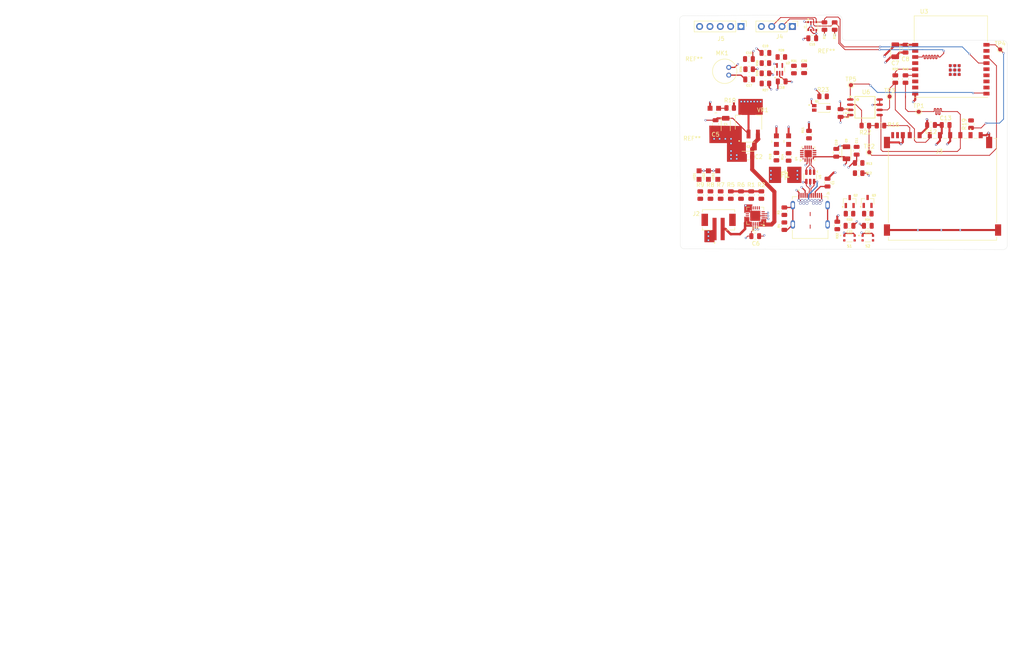
<source format=kicad_pcb>
(kicad_pcb (version 20240108) (generator "pcbnew") (generator_version "8.0")
  (layers (0 "F.Cu" signal) (1 "In1.Cu" power) (2 "In2.Cu" power) (31 "B.Cu" signal) (34 "B.Paste" user) (35 "F.Paste" user) (36 "B.SilkS" user "B.Silkscreen") (37 "F.SilkS" user "F.Silkscreen") (38 "B.Mask" user) (39 "F.Mask" user) (44 "Edge.Cuts" user))
  (net 0 "")
  (net 1 "GND")
  (net 2 "/VBUS")
  (net 3 "+5V")
  (net 4 "+3.3V")
  (net 5 "/+5V_USB")
  (net 6 "Net-(U4-VBUS)")
  (net 7 "Net-(C16-Pad2)")
  (net 8 "/ESP32-C3_02/MIC_OUT")
  (net 9 "/ESP32-C3_02/BOOT")
  (net 10 "/ESP32-C3_02/EN")
  (net 12 "/USB_DN")
  (net 13 "/USB_DP")
  (net 17 "Net-(J1-CC2)")
  (net 24 "Net-(J1-CC1)")
  (net 25 "/VBAT")
  (net 26 "/ESP32-C3_02/MOSI_DI")
  (net 27 "/ESP32-C3_02/SCLK")
  (net 28 "/ESP32-C3_02/CS_SD")
  (net 29 "Net-(J3-DAT0)")
  (net 32 "/ESP32-C3_02/SDA")
  (net 33 "/ESP32-C3_02/SCL")
  (net 34 "/ESP32-C3_02/GPIO8")
  (net 35 "/ESP32-C3_02/GPIO18")
  (net 36 "/ESP32-C3_02/GPOI19")
  (net 37 "Net-(LED1-Pad-)")
  (net 38 "Net-(LED2-Pad-)")
  (net 39 "Net-(LED3-Pad-)")
  (net 40 "Net-(LED4-Pad-)")
  (net 41 "Net-(LED6-Pad-)")
  (net 42 "Net-(LED7-Pad-)")
  (net 43 "/ESP32-C3_02/RTS")
  (net 44 "Net-(Q2-B)")
  (net 45 "Net-(Q3-B)")
  (net 46 "Net-(U7-~{TE})")
  (net 47 "Net-(U7-THERM)")
  (net 48 "Net-(U7-PROG1)")
  (net 49 "Net-(U7-PROG3)")
  (net 50 "/CHARGING_POWE_GOOD")
  (net 51 "/CHARGED")
  (net 52 "/CHARGING")
  (net 53 "Net-(U4-~{RST})")
  (net 54 "Net-(U4-~{TXT}{slash}GPIO.2)")
  (net 55 "Net-(U3-IO7)")
  (net 56 "/ESP32-C3_02/MISO_DO")
  (net 57 "Net-(U4-~{RXT}{slash}GPIO.3)")
  (net 58 "Net-(U3-IO6)")
  (net 59 "Net-(U6-DO(IO1))")
  (net 60 "/ESP32-C3_02/PHOTO_C")
  (net 61 "Net-(U2-IN+)")
  (net 62 "/ESP32-C3_02/DTR")
  (net 63 "/ESP32-C3_02/CS")
  (net 64 "/ESP32-C3_02/RX_TX")
  (net 65 "/ESP32-C3_02/TX_RX")
  (net 72 "/ESP32-C3_02/USB_D-")
  (net 73 "/ESP32-C3_02/USB_D+")
  (net 74 "Net-(C17-Pad2)")
  (net 75 "Net-(C19-Pad2)")
  (net 76 "Net-(U2-IN-)")
  (footprint "Resistor_SMD:R_0805_2012Metric" (layer "F.Cu") (at 196.35 60.025 180)
    (property "Reference" "R10")
    (property "Value" "470R")
  )
  (footprint "Resistor_SMD:R_0805_2012Metric" (layer "F.Cu") (at 209.65 89.0475 90)
    (property "Reference" "R4")
    (property "Value" "5K1")
  )
  (footprint "LTST-C170KRKT:DIOC200X125X110" (layer "F.Cu") (at 193.3 76.5 90)
    (property "Reference" "LED3")
    (property "Value" "Red_LED")
  )
  (footprint "Capacitor_SMD:C_0805_2012Metric" (layer "F.Cu") (at 245.675 64.2 180)
    (property "Reference" "C12")
    (property "Value" "10u")
  )
  (footprint "Resistor_SMD:R_0805_2012Metric" (layer "F.Cu") (at 239.4 52.9125 -90)
    (property "Reference" "R15")
    (property "Value" "50R")
  )
  (footprint "Resistor_SMD:R_0805_2012Metric" (layer "F.Cu") (at 230.15 85.98)
    (property "Reference" "R34")
    (property "Value" "10K")
  )
  (footprint "Resistor_SMD:R_0805_2012Metric" (layer "F.Cu") (at 189 81.4125 90)
    (property "Reference" "R9")
    (property "Value" "470R")
  )
  (footprint "Connector_PinHeader_2.54mm:PinHeader_1x04_P2.54mm_Vertical" (layer "F.Cu") (at 211.62 40 -90)
    (property "Reference" "J4")
    (property "Value" "Conn_01x04_Pin")
  )
  (footprint "Resistor_SMD:R_0805_2012Metric" (layer "F.Cu") (at 209.65 85.3725 -90)
    (property "Reference" "R3")
    (property "Value" "5K1")
  )
  (footprint "Package_DFN_QFN:QFN-20-1EP_4x4mm_P0.5mm_EP2.5x2.5mm" (layer "F.Cu") (at 202.5 86.5 180)
    (property "Reference" "U7")
    (property "Value" "MCP73871")
  )
  (footprint "Resistor_SMD:R_0805_2012Metric" (layer "F.Cu") (at 233.2625 64.35 180)
    (property "Reference" "R16")
    (property "Value" "50R")
  )
  (footprint "Capacitor_SMD:C_0805_2012Metric" (layer "F.Cu") (at 201 53 180)
    (property "Reference" "C17")
    (property "Value" "10n")
  )
  (footprint "T491A104K035AT:CAPC3216X110N" (layer "F.Cu") (at 195.25 64.025 -90)
    (property "Reference" "C4")
    (property "Value" "10u")
  )
  (footprint "Connector_PinHeader_2.54mm:PinHeader_1x05_P2.54mm_Vertical" (layer "F.Cu") (at 199 40 -90)
    (property "Reference" "J5")
    (property "Value" "Conn_01x05_Pin")
  )
  (footprint "Capacitor_SMD:C_0805_2012Metric" (layer "F.Cu") (at 214.5 50.5 90)
    (property "Reference" "C20")
    (property "Value" "0.1u")
  )
  (footprint "T491A104K035AT:CAPC3216X110N" (layer "F.Cu") (at 200.825 69.525 180)
    (property "Reference" "C3")
    (property "Value" "10u")
  )
  (footprint "USLPT2819DT2TR:SW_USLPT2819DT2TR" (layer "F.Cu") (at 225.65 91.96)
    (property "Reference" "S1")
    (property "Value" "RESET")
  )
  (footprint "B2B-PH-SM4-TB:JST_B2B-PH-SM4-TB" (layer "F.Cu") (at 193.5 87.5)
    (property "Reference" "J2")
    (property "Value" "B2B-PH-SM4-TB")
  )
  (footprint "Resistor_SMD:R_0805_2012Metric" (layer "F.Cu") (at 205 51.5)
    (property "Reference" "R29")
    (property "Value" "1M")
  )
  (footprint "Resistor_SMD:R_0805_2012Metric" (layer "F.Cu") (at 227.9 76.025 180)
    (property "Reference" "R12")
    (property "Value" "22K1")
  )
  (footprint "W25Q32JVSSIQ:SOIC127P790X216-8N" (layer "F.Cu") (at 229.45 59.85)
    (property "Reference" "U6")
    (property "Value" "W25Q32JVSSIQ")
  )
  (footprint "LTST-C170KRKT:DIOC200X125X110" (layer "F.Cu") (at 191 76.5 90)
    (property "Reference" "LED2")
    (property "Value" "Green_LED")
  )
  (footprint "Resistor_SMD:R_0805_2012Metric" (layer "F.Cu") (at 219.5 39.9 90)
    (property "Reference" "R24")
    (property "Value" "4k7")
  )
  (footprint "BME280:PSON65P250X250X100-8N" (layer "F.Cu") (at 216.5 39.9 90)
    (property "Reference" "U1")
    (property "Value" "BME280")
  )
  (footprint "Package_DFN_QFN:SiliconLabs_QFN-20-1EP_3x3mm_P0.5mm_EP1.8x1.8mm" (layer "F.Cu") (at 215.5 71.25 90)
    (property "Reference" "U4")
    (property "Value" "CP2102N-Axx-xQFN20")
  )
  (footprint "T491A104K035AT:CAPC3216X110N" (layer "F.Cu") (at 236.9 45.975 -90)
    (property "Reference" "C7")
    (property "Value" "10u")
  )
  (footprint "Resistor_SMD:R_0805_2012Metric" (layer "F.Cu") (at 219.1625 57.175)
    (property "Reference" "R23")
    (property "Value" "10K")
  )
  (footprint "BC817:SOT95P230X110-3N" (layer "F.Cu") (at 230.1 82.98 90)
    (property "Reference" "Q3")
    (property "Value" "BC817")
  )
  (footprint "Resistor_SMD:R_0805_2012Metric" (layer "F.Cu") (at 210.69675 72.055 -90)
    (property "Reference" "R14")
    (property "Value" "470R")
  )
  (footprint "Resistor_SMD:R_0805_2012Metric" (layer "F.Cu") (at 208.9125 47.5)
    (property "Reference" "R28")
    (property "Value" "2K")
  )
  (footprint "LM1117MPX-3.3_NOPB:VREG_LM1117MPX-3.3_NOPB" (layer "F.Cu") (at 200.85 63.525 90)
    (property "Reference" "VR1")
    (property "Value" "LM1117MPX-3.3_NOPB")
  )
  (footprint "Capacitor_SMD:C_0805_2012Metric" (layer "F.Cu") (at 225.65 88.96)
    (property "Reference" "C22")
    (property "Value" "1u")
  )
  (footprint "Resistor_SMD:R_0805_2012Metric" (layer "F.Cu") (at 212 50.5875 90)
    (property "Reference" "R31")
    (property "Value" "100K")
  )
  (footprint "LTST-C170KRKT:DIOC200X125X110" (layer "F.Cu") (at 192.45 60.1 180)
    (property "Reference" "LED4")
    (property "Value" "LTST-C170KRKT")
  )
  (footprint "TestPoint:TestPoint_Pad_D1.0mm" (layer "F.Cu") (at 242.65 60.95)
    (property "Reference" "TP1")
    (property "Value" "Test MOSI")
  )
  (footprint "Capacitor_SMD:C_0805_2012Metric" (layer "F.Cu") (at 192.75 63.975 -90)
    (property "Reference" "C5")
    (property "Value" "0.1u")
  )
  (footprint "Resistor_SMD:R_0805_2012Metric" (layer "F.Cu") (at 207.69675 71.9675 -90)
    (property "Reference" "R18")
    (property "Value" "470R")
  )
  (footprint "MAX4466EXK:SOT65P210X110-5N" (layer "F.Cu") (at 208.5 50.54 90)
    (property "Reference" "U2")
    (property "Value" "MAX4466EXK")
  )
  (footprint "MountingHole:MountingHole_2.5mm" (layer "F.Cu") (at 187.5 51.5)
    (property "Reference" "REF**")
    (property "Value" "MountingHole_2.5mm")
  )
  (footprint "Resistor_SMD:R_0805_2012Metric" (layer "F.Cu") (at 225.65 85.98 180)
    (property "Reference" "R33")
    (property "Value" "10K")
  )
  (footprint "TestPoint:TestPoint_Pad_D1.0mm" (layer "F.Cu") (at 226 54.4)
    (property "Reference" "TP5")
    (property "Value" "Test CS")
  )
  (footprint "Capacitor_SMD:C_0805_2012Metric" (layer "F.Cu") (at 222.4 71.025 -90)
    (property "Reference" "C10")
    (property "Value" "0.1U")
  )
  (footprint "Resistor_SMD:R_0805_2012Metric" (layer "F.Cu") (at 201 50.5 180)
    (property "Reference" "R26")
    (property "Value" "2K")
  )
  (footprint "Resistor_SMD:R_0805_2012Metric" (layer "F.Cu") (at 205 49)
    (property "Reference" "R30")
    (property "Value" "10K")
  )
  (footprint "USLPT2819DT2TR:SW_USLPT2819DT2TR" (layer "F.Cu") (at 230.15 91.96)
    (property "Reference" "S2")
    (property "Value" "BOOT")
  )
  (footprint "Capacitor_SMD:C_0805_2012Metric" (layer "F.Cu") (at 202.5 91.5)
    (property "Reference" "C6")
    (property "Value" "1u")
  )
  (footprint "Resistor_SMD:R_0805_2012Metric" (layer "F.Cu") (at 215.69675 66.555 -90)
    (property "Reference" "R11")
    (property "Value" "1K")
  )
  (footprint "Resistor_SMD:R_0805_2012Metric" (layer "F.Cu") (at 196.5 81.4125 90)
    (property "Reference" "R5")
    (property "Value" "2K")
  )
  (footprint "SS-52400-002:BELFUSE_SS-52400-002" (layer "F.Cu") (at 216 88.62)
    (property "Reference" "J1")
    (property "Value" "SS-52400-002")
  )
  (footprint "KiCad:FUSC3226X100N" (layer "F.Cu") (at 209.85 76.45 180)
    (property "Reference" "F1")
    (property "Value" "0ZCH0110AF2E" (hide yes))
  )
  (footprint "BC817:SOT95P230X110-3N" (layer "F.Cu") (at 225.7 83 90)
    (property "Reference" "Q2")
    (property "Value" "BC817")
  )
  (footprint "Package_TO_SOT_SMD:SOT-23-6" (layer "F.Cu") (at 216 76.9375 -90)
    (property "Reference" "U5")
    (property "Value" "USBLC6-2SC6")
  )
  (footprint "MountingHole:MountingHole_2.5mm" (layer "F.Cu") (at 220 49.55)
    (property "Reference" "REF**")
    (property "Value" "MountingHole_2.5mm")
  )
  (footprint "Resistor_SMD:R_0805_2012Metric" (layer "F.Cu") (at 194 81.4125 90)
    (property "Reference" "R7")
    (property "Value" "470R")
  )
  (footprint "Resistor_SMD:R_0805_2012Metric" (layer "F.Cu") (at 222 39.9 90)
    (property "Reference" "R25")
    (property "Value" "4k7")
  )
  (footprint "Capacitor_SMD:C_0805_2012Metric" (layer "F.Cu") (at 227.4 70.525 -90)
    (property "Reference" "C11")
    (property "Value" "1U")
  )
  (footprint "Resistor_SMD:R_0805_2012Metric" (layer "F.Cu") (at 191.5 81.4125 90)
    (property "Reference" "R8")
    (property "Value" "470R")
  )
  (footprint "Capacitor_SMD:C_0805_2012Metric" (layer "F.Cu") (at 249.2625 64.2)
    (property "Reference" "C13")
    (property "Value" "0.1u")
  )
  (footprint "LTST-C170KRKT:DIOC200X125X110" (layer "F.Cu") (at 207.69675 67.9175 90)
    (property "Reference" "LED7")
    (property "Value" "Red_LED")
  )
  (footprint "Capacitor_SMD:C_0805_2012Metric" (layer "F.Cu") (at 200.95 48 180)
    (property "Reference" "C16")
    (property "Value" "0.1u")
  )
  (footprint "CMC-5042PF-AC:CUI_CMC-5042PF-AC" (layer "F.Cu") (at 195 51)
    (property "Reference" "MK1")
    (property "Value" "CMC-5042PF-AC")
  )
  (footprint "Capacitor_SMD:C_0805_2012Metric" (layer "F.Cu") (at 230.15 88.96 180)
    (property "Reference" "C21")
    (property "Value" "0.1U")
  )
  (footprint "LTST-C170KRKT:DIOC200X125X110" (layer "F.Cu") (at 188.7 76.5 90)
    (property "Reference" "LED1")
    (property "Value" "Blue_LED")
  )
  (footprint "Capacitor_SMD:C_0805_2012Metric" (layer "F.Cu") (at 220.25 78.35 90)
    (property "Reference" "C1")
    (property "Value" "0.1u")
  )
  (footprint "MountingHole:MountingHole_2.5mm" (layer "F.Cu") (at 187 71)
    (property "Reference" "REF**")
    (property "Value" "MountingHole_2.5mm")
  )
  (footprint "Capacitor_SMD:C_0805_2012Metric" (layer "F.Cu") (at 200.8 72.025 180)
    (property "Reference" "C2")
    (property "Value" "0.1u")
  )
  (footprint "TestPoint:TestPoint_Pad_D1.0mm" (layer "F.Cu") (at 230.5 70.9)
    (property "Reference" "TP2")
    (property "Value" "Test MISO")
  )
  (footprint "Resistor_SMD:R_0805_2012Metric" (layer "F.Cu") (at 205 54 180)
    (property "Reference" "R27")
    (property "Value" "1M")
  )
  (footprint "TestPoint:TestPoint_Pad_D1.0mm" (layer "F.Cu") (at 262.65 45.65)
    (property "Reference" "TP4")
    (property "Value" "Test CS_SD")
  )
  (footprint "Resistor_SMD:R_0805_2012Metric" (layer "F.Cu") (at 236.9 52.9125 90)
    (property "Reference" "R20")
    (property "Value" "50R")
  )
  (footprint "Resistor_SMD:R_0805_2012Metric" (layer "F.Cu") (at 199 81.4125 90)
    (property "Reference" "R6")
    (property "Value" "20K")
  )
  (footprint "Resistor_SMD:R_0805_2012Metric" (layer "F.Cu") (at 229.5375 64.35 180)
    (property "Reference" "R22")
    (property "Value" "50R")
  )
  (footprint "Capacitor_SMD:C_0805_2012Metric" (layer "F.Cu") (at 205 46.5)
    (property "Reference" "C19")
    (property "Value" "1u")
  )
  (footprint "Resistor_SMD:R_0805_2012Metric" (layer "F.Cu") (at 222.65 88.8725 90)
    (property "Reference" "R32")
    (property "Value" "10K")
  )
  (footprint "GSD090012SEU:AMPHENOL_GSD090012SEU" (layer "F.Cu") (at 248.5 80)
    (property "Reference" "J3")
    (property "Value" "GSD090012SEU")
  )
  (footprint "T491A104K035AT:CAPC3216X110N" (layer "F.Cu") (at 224.9 71.025 90)
    (property "Reference" "C9")
    (property "Value" "4.7U")
  )
  (footprint "TestPoint:TestPoint_Pad_D1.0mm" (layer "F.Cu") (at 235.5 57.2)
    (property "Reference" "TP3")
    (property "Value" "Test SCLK")
  )
  (footprint "Capacitor_SMD:C_0805_2012Metric" (layer "F.Cu") (at 209 53.5)
    (property "Reference" "C18")
    (property "Value" "0.1u")
  )
  (footprint "LTST-C170KRKT:DIOC200X125X110" (layer "F.Cu") (at 210.69675 67.9175 90)
    (property "Reference" "LED6")
    (property "Value" "Green_LED")
  )
  (footprint "Capacitor_SMD:C_0805_2012Metric" (layer "F.Cu") (at 223.45 61.2625 -90)
    (property "Reference" "C14")
    (property "Value" "0.1u")
  )
  (footprint "Resistor_SMD:R_0805_2012Metric" (layer "F.Cu") (at 227.9 73.525 180)
    (property "Reference" "R13")
    (property "Value" "47K5")
  )
  (footprint "Resistor_SMD:R_0805_2012Metric" (layer "F.Cu") (at 204 81.4125 90)
    (property "Reference" "R2")
    (property "Value" "10K")
  )
  (footprint "TEMT6000X01:TRANS_TEMT6000X01" (layer "F.Cu") (at 218.745 60)
    (property "Reference" "Q1")
    (property "Value" "TEMT6000X01")
  )
  (footprint "Capacitor_SMD:C_0805_2012Metric" (layer "F.Cu") (at 239.4 45.45 -90)
    (property "Reference" "C8")
    (property "Value" "0.1u")
  )
  (footprint "Resistor_SMD:R_0805_2012Metric" (layer "F.Cu") (at 255.5 64 90)
    (property "Reference" "R19")
    (property "Value" "10K")
  )
  (footprint "ESP32-C3-WROOM-02-H4:MODULE_ESP32-C3-WROOM-02-H4" (layer "F.Cu") (at 250.54 47.4)
    (property "Reference" "U3")
    (property "Value" "ESP32-C3-WROOM-02-H4")
  )
  (footprint "Resistor_SMD:R_0805_2012Metric" (layer "F.Cu") (at 201.5 81.4125 90)
    (property "Reference" "R1")
    (property "Value" "10K")
  )
  (footprint "Capacitor_SMD:C_0805_2012Metric" (layer "F.Cu") (at 216.5 42.9)
    (property "Reference" "C15")
    (property "Value" "0.1u")
  )
  (gr_line (start 264.399512 93.79733) (end 264.375486 44.424513) (stroke (width 0.05)) (layer "Edge.Cuts"))
  (gr_arc (start 263.375486 43.425) (mid 264.08243 43.717716) (end 264.375486 44.424513) (stroke (width 0.05)) (layer "Edge.Cuts"))
  (gr_line (start 263.375486 43.425) (end 239.8 43.425) (stroke (width 0.05)) (layer "Edge.Cuts"))
  (gr_arc (start 185.094341 94.627167) (mid 184.389876 94.334746) (end 184.096526 93.630662) (stroke (width 0.05)) (layer "Edge.Cuts"))
  (gr_arc (start 222.794988 37.180038) (mid 223.505323 37.47115) (end 223.8 38.180025) (stroke (width 0.05)) (layer "Edge.Cuts"))
  (gr_line (start 223.8 42.425) (end 223.8 38.180025) (stroke (width 0.05)) (layer "Edge.Cuts"))
  (gr_arc (start 224.8 43.425) (mid 224.092893 43.132107) (end 223.8 42.425) (stroke (width 0.05)) (layer "Edge.Cuts"))
  (gr_line (start 183.903488 38.373476) (end 184.096526 93.630662) (stroke (width 0.05)) (layer "Edge.Cuts"))
  (gr_arc (start 183.903488 38.373476) (mid 184.193375 37.66589) (end 184.89847 37.369995) (stroke (width 0.05)) (layer "Edge.Cuts"))
  (gr_line (start 263.397333 94.797815) (end 185.094341 94.627167) (stroke (width 0.05)) (layer "Edge.Cuts"))
  (gr_line (start 222.794988 37.180038) (end 184.89847 37.369995) (stroke (width 0.05)) (layer "Edge.Cuts"))
  (gr_line (start 239.8 43.425) (end 224.8 43.425) (stroke (width 0.05)) (layer "Edge.Cuts"))
  (gr_arc (start 264.399512 93.79733) (mid 264.10602 94.505522) (end 263.397333 94.797815) (stroke (width 0.05)) (layer "Edge.Cuts"))
  (segment (start 262.15 90) (end 252.85 90) (width 0.5) (layer "F.Cu") (net 1))
  (segment (start 208.5 51.5) (end 208.5 52.3) (width 0.254) (layer "F.Cu") (net 1))
  (segment (start 226.925 91.122868) (end 226.925 91.38) (width 0.3) (layer "F.Cu") (net 1))
  (segment (start 228.875 91.122868) (end 229.187868 90.81) (width 0.3) (layer "F.Cu") (net 1))
  (segment (start 250.375 66.7) (end 250.375 68.175) (width 0.5) (layer "F.Cu") (net 1))
  (segment (start 238.25 68.9) (end 237.825 68.475) (width 0.5) (layer "F.Cu") (net 1))
  (segment (start 244.725 64.2) (end 244.725 64.85) (width 0.5) (layer "F.Cu") (net 1))
  (segment (start 226.475 73.525) (end 225.4 74.6) (width 0.3) (layer "F.Cu") (net 1))
  (segment (start 218.8 81.54) (end 218.75 81.49) (width 0.3) (layer "F.Cu") (net 1))
  (segment (start 215.25 71.5) (end 215.5 71.25) (width 0.254) (layer "F.Cu") (net 1))
  (segment (start 213.25 81.49) (end 213.25 80.8) (width 0.3) (layer "F.Cu") (net 1))
  (segment (start 206.5 51.5) (end 206.875 51.875) (width 0.3) (layer "F.Cu") (net 1))
  (segment (start 197.45 50.05) (end 198.25 49.25) (width 0.3) (layer "F.Cu") (net 1))
  (segment (start 250.2125 66.5375) (end 250.375 66.7) (width 0.5) (layer "F.Cu") (net 1))
  (segment (start 229.2 88.96) (end 228.66 88.96) (width 0.3) (layer "F.Cu") (net 1))
  (segment (start 237.825 68.475) (end 234.875 68.475) (width 0.5) (layer "F.Cu") (net 1))
  (segment (start 214.73 38.93) (end 214.55 38.75) (width 0.254) (layer "F.Cu") (net 1))
  (segment (start 217.475 41.75) (end 217.5 41.75) (width 0.254) (layer "F.Cu") (net 1))
  (segment (start 234.875 68.475) (end 234.85 68.5) (width 0.5) (layer "F.Cu") (net 1))
  (segment (start 215.25 72.8) (end 215.25 71.5) (width 0.254) (layer "F.Cu") (net 1))
  (segment (start 206.875 51.875) (end 206.9 51.9) (width 0.3) (layer "F.Cu") (net 1))
  (segment (start 217.475 41.75) (end 217.475 42.875) (width 0.254) (layer "F.Cu") (net 1))
  (segment (start 217.475 40.87) (end 217.475 42.875) (width 0.254) (layer "F.Cu") (net 1))
  (segment (start 224.375 90.725) (end 224.3 90.65) (width 0.3) (layer "F.Cu") (net 1))
  (segment (start 259.825 66.175) (end 259.75 66.1) (width 0.5) (layer "F.Cu") (net 1))
  (segment (start 211.35 53.5) (end 211.5 53.65) (width 0.3) (layer "F.Cu") (net 1))
  (segment (start 221.75 75.9) (end 222.15 75.9) (width 0.5) (layer "F.Cu") (net 1))
  (segment (start 228.66 88.96) (end 228.2 88.5) (width 0.3) (layer "F.Cu") (net 1))
  (segment (start 224.375 91.38) (end 224.375 91.122868) (width 0.3) (layer "F.Cu") (net 1))
  (segment (start 252.85 90) (end 248.2 90) (width 0.5) (layer "F.Cu") (net 1))
  (segment (start 211.16 84.46) (end 211.73 83.89) (width 0.3) (layer "F.Cu") (net 1))
  (segment (start 218 82.74) (end 218.8 82.74) (width 0.3) (layer "F.Cu") (net 1))
  (segment (start 208.5 52.3) (end 208.75 52.55) (width 0.254) (layer "F.Cu") (net 1))
  (segment (start 259.3 66.7) (end 259.825 66.175) (width 0.5) (layer "F.Cu") (net 1))
  (segment (start 227.45 88.11) (end 226.6 88.96) (width 0.3) (layer "F.Cu") (net 1))
  (segment (start 204.5 91.5) (end 204.7 91.3) (width 0.2) (layer "F.Cu") (net 1))
  (segment (start 244.725 64.2) (end 244.725 62.875) (width 0.5) (layer "F.Cu") (net 1))
  (segment (start 191.4 60.1) (end 191.4 58.65) (width 0.5) (layer "F.Cu") (net 1))
  (segment (start 259.95 66.3) (end 259.825 66.175) (width 0.5) (layer "F.Cu") (net 1))
  (segment (start 228.875 90.925) (end 228.6 90.65) (width 0.3) (layer "F.Cu") (net 1))
  (segment (start 213.2 82.74) (end 214 82.74) (width 0.3) (layer "F.Cu") (net 1))
  (segment (start 227.45 87.9) (end 227.45 88.11) (width 0.3) (layer "F.Cu") (net 1))
  (segment (start 239.4 46.4) (end 237.95 46.4) (width 0.5) (layer "F.Cu") (net 1))
  (segment (start 216.778944 41.725) (end 217.45 41.725) (width 0.254) (layer "F.Cu") (net 1))
  (segment (start 220.27 83.89) (end 220.27 88.62) (width 0.3) (layer "F.Cu") (net 1))
  (segment (start 209.65 84.46) (end 211.16 84.46) (width 0.3) (layer "F.Cu") (net 1))
  (segment (start 227.4 71.475) (end 227.4 73.1125) (width 0.3) (layer "F.Cu") (net 1))
  (segment (start 217.45 41.725) (end 217.45 42.9) (width 0.254) (layer "F.Cu") (net 1))
  (segment (start 223.45 62.2125) (end 225.3925 62.2125) (width 0.254) (layer "F.Cu") (net 1))
  (segment (start 201.9 48) (end 201.9 46.25) (width 0.254) (layer "F.Cu") (net 1))
  (segment (start 241.79 56.5) (end 241.79 58.01) (width 0.5) (layer "F.Cu") (net 1))
  (segment (start 213.2 81.54) (end 213.25 81.49) (width 0.3) (layer "F.Cu") (net 1))
  (segment (start 250.2125 64.2) (end 250.2125 66.5375) (width 0.5) (layer "F.Cu") (net 1))
  (segment (start 208.75 52.55) (end 209 52.55) (width 0.254) (layer "F.Cu") (net 1))
  (segment (start 215.25 73.65) (end 214.85 74.05) (width 0.254) (layer "F.Cu") (net 1))
  (segment (start 218.8 82.74) (end 218.8 81.54) (width 0.3) (layer "F.Cu") (net 1))
  (segment (start 196 50.05) (end 197.45 50.05) (width 0.3) (layer "F.Cu") (net 1))
  (segment (start 205.9125 51.5) (end 206.5 51.5) (width 0.3) (layer "F.Cu") (net 1))
  (segment (start 224.375 91.122868) (end 224.687868 90.81) (width 0.3) (layer "F.Cu") (net 1))
  (segment (start 196.5 80.5) (end 204 80.5) (width 0.5) (layer "F.Cu") (net 1))
  (segment (start 203.45 91.5) (end 204.5 91.5) (width 0.2) (layer "F.Cu") (net 1))
  (segment (start 201.9 46.25) (end 202.1 46.05) (width 0.254) (layer "F.Cu") (net 1))
  (segment (start 235.85 47.45) (end 234.45 48.85) (width 0.5) (layer "F.Cu") (net 1))
  (segment (start 201.5 84.5625) (end 201.5 85.5) (width 0.2) (layer "F.Cu") (net 1))
  (segment (start 204.4375 86.5) (end 205.65 86.5) (width 0.2) (layer "F.Cu") (net 1))
  (segment (start 216.175 40.87) (end 216.175 41.121056) (width 0.254) (layer "F.Cu") (net 1))
  (segment (start 220.25 77.4) (end 221.75 75.9) (width 0.5) (layer "F.Cu") (net 1))
  (segment (start 238.75 68.4) (end 238.3 68.85) (width 0.5) (layer "F.Cu") (net 1))
  (segment (start 227.4 73.1125) (end 226.9875 73.525) (width 0.3) (layer "F.Cu") (net 1))
  (segment (start 237.95 46.4) (end 236.9 47.45) (width 0.5) (layer "F.Cu") (net 1))
  (segment (start 241.79 58.01) (end 241.25 58.55) (width 0.5) (layer "F.Cu") (net 1))
  (segment (start 257.875 66.7) (end 259.3 66.7) (width 0.5) (layer "F.Cu") (net 1))
  (segment (start 244.725 62.875) (end 244.65 62.8) (width 0.5) (layer "F.Cu") (net 1))
  (segment (start 215.25 72.8) (end 215.25 73.65) (width 0.254) (layer "F.Cu") (net 1))
  (segment (start 202.5 86.5) (end 204.4375 86.5) (width 0.2) (layer "F.Cu") (net 1))
  (segment (start 223.45 63.6) (end 223.45 63.7) (width 0.254) (layer "F.Cu") (net 1))
  (segment (start 222.4 70.075) (end 223.125 69.35) (width 0.3) (layer "F.Cu") (net 1))
  (segment (start 211.73 83.89) (end 211.73 88.62) (width 0.3) (layer "F.Cu") (net 1))
  (segment (start 228.875 91.38) (end 228.875 90.925) (width 0.3) (layer "F.Cu") (net 1))
  (segment (start 215.525 38.93) (end 214.73 38.93) (width 0.254) (layer "F.Cu") (net 1))
  (segment (start 216 74.8) (end 216 74.75) (width 0.254) (layer "F.Cu") (net 1))
  (segment (start 216.175 41.121056) (end 216.778944 41.725) (width 0.254) (layer "F.Cu") (net 1))
  (segment (start 191.4 58.65) (end 191.5 58.55) (width 0.5) (layer "F.Cu") (net 1))
  (segment (start 209 52.55) (end 209.95 53.5) (width 0.254) (layer "F.Cu") (net 1))
  (segment (start 224.7 69.35) (end 224.9 69.55) (width 0.3) (layer "F.Cu") (net 1))
  (segment (start 213.2 82.74) (end 213.2 81.54) (width 0.3) (layer "F.Cu") (net 1))
  (segment (start 223.125 69.35) (end 223.35 69.35) (width 0.3) (layer "F.Cu") (net 1))
  (segment (start 238.3 68.85) (end 238.25 68.9) (width 0.5) (layer "F.Cu") (net 1))
  (segment (start 223.45 62.2125) (end 223.45 63.6) (width 0.254) (layer "F.Cu") (net 1))
  (segment (start 231.16 90.81) (end 231.425 91.075) (width 0.3) (layer "F.Cu") (net 1))
  (segment (start 201.5 85.5) (end 202.5 86.5) (width 0.2) (layer "F.Cu") (net 1))
  (segment (start 228.875 91.38) (end 228.875 91.122868) (width 0.3) (layer "F.Cu") (net 1))
  (segment (start 223.35 69.35) (end 224.7 69.35) (width 0.3) (layer "F.Cu") (net 1))
  (segment (start 204.05 46.5) (end 202.95 45.4) (width 0.254) (layer "F.Cu") (net 1))
  (segment (start 225.3925 62.2125) (end 225.85 61.755) (width 0.254) (layer "F.Cu") (net 1))
  (segment (start 226.612132 90.81) (end 226.925 91.122868) (width 0.3) (layer "F.Cu") (net 1))
  (segment (start 259.95 68.5) (end 259.95 66.3) (width 0.5) (layer "F.Cu") (net 1))
  (segment (start 213.25 80.8) (end 212.65 80.2) (width 0.3) (layer "F.Cu") (net 1))
  (segment (start 250.375 68.175) (end 249.65 68.9) (width 0.5) (layer "F.Cu") (net 1))
  (segment (start 224.375 91.38) (end 224.375 90.725) (width 0.3) (layer "F.Cu") (net 1))
  (segment (start 231.425 91.075) (end 231.425 91.38) (width 0.3) (layer "F.Cu") (net 1))
  (segment (start 216 75.8) (end 216 74.8) (width 0.254) (layer "F.Cu") (net 1))
  (segment (start 244.725 64.85) (end 242.875 66.7) (width 0.5) (layer "F.Cu") (net 1))
  (segment (start 216.99 59.45) (end 216.85 59.45) (width 0.254) (layer "F.Cu") (net 1))
  (segment (start 226.9875 73.525) (end 226.475 73.525) (width 0.3) (layer "F.Cu") (net 1))
  (segment (start 202.95 45.4) (end 202.8 45.4) (width 0.254) (layer "F.Cu") (net 1))
  (segment (start 209.95 53.5) (end 211.35 53.5) (width 0.3) (layer "F.Cu") (net 1))
  (segment (start 229.187868 90.81) (end 231.16 90.81) (width 0.3) (layer "F.Cu") (net 1))
  (segment (start 217.475 42.875) (end 217.45 42.9) (width 0.254) (layer "F.Cu") (net 1))
  (segment (start 242.45 90) (end 234.85 90) (width 0.5) (layer "F.Cu") (net 1))
  (segment (start 216.85 59.45) (end 216.3 58.9) (width 0.254) (layer "F.Cu") (net 1))
  (segment (start 216.3 58.9) (end 216.3 57.85) (width 0.254) (layer "F.Cu") (net 1))
  (segment (start 210.39 89.96) (end 211.73 88.62) (width 0.3) (layer "F.Cu") (net 1))
  (segment (start 248.2 90) (end 242.45 90) (width 0.5) (layer "F.Cu") (net 1))
  (segment (start 224.687868 90.81) (end 226.612132 90.81) (width 0.3) (layer "F.Cu") (net 1))
  (segment (start 209.65 89.96) (end 210.39 89.96) (width 0.3) (layer "F.Cu") (net 1))
  (segment (start 236.9 47.45) (end 235.85 47.45) (width 0.5) (layer "F.Cu") (net 1))
  (segment (start 238.75 66.7) (end 238.75 68.4) (width 0.5) (layer "F.Cu") (net 1))
  (via (at 196.55 67.6) (size 0.5) (drill 0.3) (layers "F.Cu" "B.Cu") (net 1))
  (via (at 211.5 53.65) (size 0.5) (drill 0.3) (layers "F.Cu" "B.Cu") (net 1))
  (via (at 242.45 90) (size 0.5) (drill 0.3) (layers "F.Cu" "B.Cu") (net 1))
  (via (at 216 74.8) (size 0.5) (drill 0.3) (layers "F.Cu" "B.Cu") (net 1))
  (via (at 259.825 66.175) (size 0.5) (drill 0.3) (layers "F.Cu" "B.Cu") (net 1))
  (via (at 238.3 68.85) (size 0.5) (drill 0.3) (layers "F.Cu" "B.Cu") (net 1))
  (via (at 222.15 75.9) (size 0.5) (drill 0.3) (layers "F.Cu" "B.Cu") (net 1))
  (via (at 241.25 58.55) (size 0.5) (drill 0.3) (layers "F.Cu" "B.Cu") (net 1))
  (via (at 217.475 41.75) (size 0.5) (drill 0.3) (layers "F.Cu" "B.Cu") (net 1))
  (via (at 234.45 48.85) (size 0.5) (drill 0.3) (layers "F.Cu" "B.Cu") (net 1))
  (via (at 196.55 70.6) (size 0.5) (drill 0.3) (layers "F.Cu" "B.Cu") (net 1))
  (via (at 214.55 38.75) (size 0.5) (drill 0.3) (layers "F.Cu" "B.Cu") (net 1))
  (via (at 196.55 68.75) (size 0.5) (drill 0.3) (layers "F.Cu" "B.Cu") (net 1))
  (via (at 214.85 74.05) (size 0.5) (drill 0.3) (layers "F.Cu" "B.Cu") (net 1))
  (via (at 249.65 68.9) (size 0.5) (drill 0.3) (layers "F.Cu" "B.Cu") (net 1))
  (via (at 206.875 51.875) (size 0.5) (drill 0.3) (layers "F.Cu" "B.Cu") (net 1))
  (via (at 224.3 90.65) (size 0.5) (drill 0.3) (layers "F.Cu" "B.Cu") (net 1))
  (via (at 244.65 62.8) (size 0.5) (drill 0.3) (layers "F.Cu" "B.Cu") (net 1))
  (via (at 228.6 90.65) (size 0.5) (drill 0.3) (layers "F.Cu" "B.Cu") (net 1))
  (via (at 191 90.5) (size 0.5) (drill 0.3) (layers "F.Cu" "B.Cu") (net 1))
  (via (at 252.85 90) (size 0.5) (drill 0.3) (layers "F.Cu" "B.Cu") (net 1))
  (via (at 193.75 67.6) (size 0.5) (drill 0.3) (layers "F.Cu" "B.Cu") (net 1))
  (via (at 198.25 49.25) (size 0.5) (drill 0.3) (layers "F.Cu" "B.Cu") (net 1))
  (via (at 191 92.5) (size 0.5) (drill 0.3) (layers "F.Cu" "B.Cu") (net 1))
  (via (at 197.95 72.5) (size 0.5) (drill 0.3) (layers "F.Cu" "B.Cu") (net 1))
  (via (at 196.55 71.6) (size 0.5) (drill 0.3) (layers "F.Cu" "B.Cu") (net 1))
  (via (at 223.35 69.35) (size 0.5) (drill 0.3) (layers "F.Cu" "B.Cu") (net 1))
  (via (at 227.45 87.9) (size 0.5) (drill 0.3) (layers "F.Cu" "B.Cu") (net 1))
  (via (at 212.65 80.2) (size 0.5) (drill 0.3) (layers "F.Cu" "B.Cu") (net 1))
  (via (at 191.5 58.55) (size 0.5) (drill 0.3) (layers "F.Cu" "B.Cu") (net 1))
  (via (at 197.95 71.6) (size 0.5) (drill 0.3) (layers "F.Cu" "B.Cu") (net 1))
  (via (at 195.15 67.6) (size 0.5) (drill 0.3) (layers "F.Cu" "B.Cu") (net 1))
  (via (at 192.4 67.6) (size 0.5) (drill 0.3) (layers "F.Cu" "B.Cu") (net 1))
  (via (at 205.65 86.5) (size 0.5) (drill 0.3) (layers "F.Cu" "B.Cu") (net 1))
  (via (at 202.8 45.4) (size 0.5) (drill 0.3) (layers "F.Cu" "B.Cu") (net 1))
  (via (at 204.7 91.3) (size 0.5) (drill 0.3) (layers "F.Cu" "B.Cu") (net 1))
  (via (at 216.3 57.85) (size 0.5) (drill 0.3) (layers "F.Cu" "B.Cu") (net 1))
  (via (at 196.55 72.5) (size 0.5) (drill 0.3) (layers "F.Cu" "B.Cu") (net 1))
  (via (at 248.2 90) (size 0.5) (drill 0.3) (layers "F.Cu" "B.Cu") (net 1))
  (via (at 225.4 74.6) (size 0.5) (drill 0.3) (layers "F.Cu" "B.Cu") (net 1))
  (via (at 202.1 46.05) (size 0.5) (drill 0.3) (layers "F.Cu" "B.Cu") (net 1))
  (via (at 228.2 88.5) (size 0.5) (drill 0.3) (layers "F.Cu" "B.Cu") (net 1))
  (via (at 223.45 63.6) (size 0.5) (drill 0.3) (layers "F.Cu" "B.Cu") (net 1))
  (via (at 191 91.5) (size 0.5) (drill 0.3) (layers "F.Cu" "B.Cu") (net 1))
  (via (at 200.15 84) (size 0.5) (drill 0.3) (layers "F.Cu" "B.Cu") (net 1))
  (segment (start 216 78.075) (end 216 79.15) (width 0.254) (layer "F.Cu") (net 2))
  (segment (start 214.75 81.49) (end 214.75 80.35) (width 0.3) (layer "F.Cu") (net 2))
  (segment (start 216 79.15) (end 216 79) (width 0.254) (layer "F.Cu") (net 2))
  (segment (start 229.825 76.025) (end 230.425 76.625) (width 0.3) (layer "F.Cu") (net 2))
  (segment (start 216 79.2) (end 216 79.35) (width 0.254) (layer "F.Cu") (net 2))
  (segment (start 214.75 80.35) (end 213.9 79.5) (width 0.3) (layer "F.Cu") (net 2))
  (segment (start 216 79) (end 216 79.2) (width 0.254) (layer "F.Cu") (net 2))
  (segment (start 213.9 79.5) (end 213.85 79.45) (width 0.3) (layer "F.Cu") (net 2))
  (segment (start 230.425 76.625) (end 230.45 76.65) (width 0.3) (layer "F.Cu") (net 2))
  (segment (start 217.25 81.49) (end 217.25 80.59) (width 0.3) (layer "F.Cu") (net 2))
  (segment (start 218.54 79.3) (end 220.25 79.3) (width 0.3) (layer "F.Cu") (net 2))
  (segment (start 217.25 80.59) (end 218.54 79.3) (width 0.3) (layer "F.Cu") (net 2))
  (segment (start 228.8125 76.025) (end 229.825 76.025) (width 0.3) (layer "F.Cu") (net 2))
  (via (at 212.85 77.45) (size 0.5) (drill 0.3) (layers "F.Cu" "B.Cu") (net 2))
  (via (at 212.85 75.45) (size 0.5) (drill 0.3) (layers "F.Cu" "B.Cu") (net 2))
  (via (at 216 79.2) (size 0.5) (drill 0.3) (layers "F.Cu" "B.Cu") (net 2))
  (via (at 212.85 76.45) (size 0.5) (drill 0.3) (layers "F.Cu" "B.Cu") (net 2))
  (via (at 230.425 76.625) (size 0.5) (drill 0.3) (layers "F.Cu" "B.Cu") (net 2))
  (via (at 213.9 79.5) (size 0.5) (drill 0.3) (layers "F.Cu" "B.Cu") (net 2))
  (segment (start 207.2 87.95) (end 207.2 80.6) (width 1) (layer "F.Cu") (net 3))
  (segment (start 204.6875 88.4375) (end 204.9 88.65) (width 0.3) (layer "F.Cu") (net 3))
  (segment (start 206.5 88.65) (end 207.2 87.95) (width 1) (layer "F.Cu") (net 3))
  (segment (start 201.75 72.025) (end 201.75 70.075) (width 1) (layer "F.Cu") (net 3))
  (segment (start 203.5 88.4375) (end 204.6875 88.4375) (width 0.3) (layer "F.Cu") (net 3))
  (segment (start 207.2 80.6) (end 201.75 75.15) (width 1) (layer "F.Cu") (net 3))
  (segment (start 204.4375 87.5) (end 204.4375 88.1875) (width 0.3) (layer "F.Cu") (net 3))
  (segment (start 201.75 75.15) (end 201.75 72.025) (width 1) (layer "F.Cu") (net 3))
  (segment (start 203.25 67.65) (end 203.15 67.55) (width 1) (layer "F.Cu") (net 3))
  (segment (start 202.3 68.6) (end 203.25 67.65) (width 1) (layer "F.Cu") (net 3))
  (segment (start 203.15 67.55) (end 203.15 66.425) (width 1) (layer "F.Cu") (net 3))
  (segment (start 204.4375 88.1875) (end 204.9 88.65) (width 0.3) (layer "F.Cu") (net 3))
  (segment (start 201.75 70.075) (end 202.3 69.525) (width 1) (layer "F.Cu") (net 3))
  (segment (start 204.9 88.65) (end 206.5 88.65) (width 1) (layer "F.Cu") (net 3))
  (segment (start 202.3 69.525) (end 202.3 68.6) (width 1) (layer "F.Cu") (net 3))
  (segment (start 216.175 38.93) (end 216.175 39.968944) (width 0.254) (layer "F.Cu") (net 4))
  (segment (start 224.9 72.5) (end 224.9 73.55) (width 0.3) (layer "F.Cu") (net 4))
  (segment (start 236.9 44.5) (end 241.79 44.5) (width 0.5) (layer "F.Cu") (net 4))
  (segment (start 210.7 64.65) (end 210.69675 64.65325) (width 0.5) (layer "F.Cu") (net 4))
  (segment (start 219.575 42.075) (end 219.7 42.2) (width 0.254) (layer "F.Cu") (net 4))
  (segment (start 223.45 58.6) (end 223.3 58.45) (width 0.254) (layer "F.Cu") (net 4))
  (segment (start 207.85 49.58) (end 207.47 49.2) (width 0.254) (layer "F.Cu") (net 4))
  (segment (start 234.25 47.15) (end 234.25 47.4) (width 0.5) (layer "F.Cu") (net 4))
  (segment (start 202.95 50.5) (end 203.05 50.4) (width 0.3) (layer "F.Cu") (net 4))
  (segment (start 222.05 42.1) (end 222.1 42.15) (width 0.254) (layer "F.Cu") (net 4))
  (segment (start 222 40.8125) (end 222 42.05) (width 0.254) (layer "F.Cu") (net 4))
  (segment (start 222.9 86.4) (end 222.65 86.65) (width 0.5) (layer "F.Cu") (net 4))
  (segment (start 192.75 63.025) (end 190.3 63.025) (width 0.254) (layer "F.Cu") (net 4))
  (segment (start 210.69675 64.65325) (end 210.69675 66.8675) (width 0.5) (layer "F.Cu") (net 4))
  (segment (start 215.525 40.55) (end 216.175 39.9) (width 0.254) (layer "F.Cu") (net 4))
  (segment (start 223.45 60.3125) (end 223.45 58.6) (width 0.254) (layer "F.Cu") (net 4))
  (segment (start 222.4 71.975) (end 224.375 71.975) (width 0.3) (layer "F.Cu") (net 4))
  (segment (start 216.75 72.3) (end 217.05 72) (width 0.254) (layer "F.Cu") (net 4))
  (segment (start 223.45 60.3125) (end 225.6775 60.3125) (width 0.254) (layer "F.Cu") (net 4))
  (segment (start 215.69675 65.6425) (end 215.69675 63.55325) (width 0.5) (layer "F.Cu") (net 4))
  (segment (start 207.825 55.525) (end 207.8 55.55) (width 0.3) (layer "F.Cu") (net 4))
  (segment (start 222.65 86.65) (end 222.65 87.96) (width 0.5) (layer "F.Cu") (net 4))
  (segment (start 207.69675 66.8675) (end 207.69675 64.55) (width 0.5) (layer "F.Cu") (net 4))
  (segment (start 233.05 59.215) (end 231.385 59.215) (width 0.254) (layer "F.Cu") (net 4))
  (segment (start 218.25 57.175) (end 218.25 56.35) (width 0.254) (layer "F.Cu") (net 4))
  (segment (start 215.69675 63.55325) (end 215.7 63.55) (width 0.5) (layer "F.Cu") (net 4))
  (segment (start 207.69675 64.55) (end 207.69675 64.54675) (width 0.5) (layer "F.Cu") (net 4))
  (segment (start 218.25 56.35) (end 217.3 55.4) (width 0.254) (layer "F.Cu") (net 4))
  (segment (start 214.55 42.9) (end 214.3 43.15) (width 0.254) (layer "F.Cu") (net 4))
  (segment (start 200.85 66.425) (end 196.975 62.55) (width 0.254) (layer "F.Cu") (net 4))
  (segment (start 205.9125 54.9625) (end 206.4 55.45) (width 0.3) (layer "F.Cu") (net 4))
  (segment (start 233.05 57.945) (end 233.05 59.215) (width 0.254) (layer "F.Cu") (net 4))
  (segment (start 207.47 49.2) (end 207.15 49.2) (width 0.254) (layer "F.Cu") (net 4))
  (segment (start 219.5 42) (end 219.575 42.075) (width 0.254) (layer "F.Cu") (net 4))
  (segment (start 247.875 66.7) (end 247.875 68.075) (width 0.5) (layer "F.Cu") (net 4))
  (segment (start 219.5 40.8125) (end 219.5 42) (width 0.254) (layer "F.Cu") (net 4))
  (segment (start 224.4 74.05) (end 224.35 74.1) (width 0.3) (layer "F.Cu") (net 4))
  (segment (start 222 42.05) (end 222.05 42.1) (width 0.254) (layer "F.Cu") (net 4))
  (segment (start 195.25 62.55) (end 193.225 62.55) (width 0.5) (layer "F.Cu") (net 4))
  (segment (start 247.875 68.075) (end 246.9 69.05) (width 0.5) (layer "F.Cu") (net 4))
  (segment (start 216.825 40.618944) (end 216.825 40.87) (width 0.254) (layer "F.Cu") (net 4))
  (segment (start 208.05 53.5) (end 208.05 55.3) (width 0.3) (layer "F.Cu") (net 4))
  (segment (start 216.175 39.968944) (end 216.825 40.618944) (width 0.254) (layer "F.Cu") (net 4))
  (segment (start 197.2625 60.025) (end 197.2625 58.4625) (width 0.5) (layer "F.Cu") (net 4))
  (segment (start 224.375 71.975) (end 224.9 72.5) (width 0.3) (layer "F.Cu") (net 4))
  (segment (start 224.9 73.55) (end 224.4 74.05) (width 0.3) (layer "F.Cu") (net 4))
  (segment (start 201.9125 50.5) (end 202.95 50.5) (width 0.3) (layer "F.Cu") (net 4))
  (segment (start 200.85 60.625) (end 200.85 66.425) (width 0.5) (layer "F.Cu") (net 4))
  (segment (start 225.6775 60.3125) (end 225.85 60.485) (width 0.254) (layer "F.Cu") (net 4))
  (segment (start 215.525 40.87) (end 215.525 40.55) (width 0.254) (layer "F.Cu") (net 4))
  (segment (start 190.3 63.025) (end 190.225 63.025) (width 0.254) (layer "F.Cu") (net 4))
  (segment (start 217.05 72) (end 222.375 72) (width 0.3) (layer "F.Cu") (net 4))
  (segment (start 222.375 72) (end 222.4 71.975) (width 0.3) (layer "F.Cu") (net 4))
  (segment (start 193.225 62.55) (end 192.75 63.025) (width 0.5) (layer "F.Cu") (net 4))
  (segment (start 208.05 55.3) (end 207.825 55.525) (width 0.3) (layer "F.Cu") (net 4))
  (segment (start 190.225 63.025) (end 190.2 63.05) (width 0.254) (layer "F.Cu") (net 4))
  (segment (start 196.975 62.55) (end 195.25 62.55) (width 0.254) (layer "F.Cu") (net 4))
  (segment (start 231.385 59.215) (end 231.3 59.3) (width 0.254) (layer "F.Cu") (net 4))
  (segment (start 216.75 72.5) (end 216.75 72.3) (width 0.254) (layer "F.Cu") (net 4))
  (segment (start 246.625 64.2) (end 248.3125 64.2) (width 0.5) (layer "F.Cu") (net 4))
  (segment (start 215.55 42.9) (end 214.55 42.9) (width 0.254) (layer "F.Cu") (net 4))
  (segment (start 197.2625 58.4625) (end 197.25 58.45) (width 0.5) (layer "F.Cu") (net 4))
  (segment (start 236.9 44.5) (end 234.25 47.15) (width 0.5) (layer "F.Cu") (net 4))
  (segment (start 248.3125 66.2625) (end 247.875 66.7) (width 0.5) (layer "F.Cu") (net 4))
  (segment (start 248.3125 64.2) (end 248.3125 66.2625) (width 0.5) (layer "F.Cu") (net 4))
  (segment (start 205.9125 54) (end 205.9125 54.9625) (width 0.3) (layer "F.Cu") (net 4))
  (via (at 231.3 59.3) (size 0.5) (drill 0.3) (layers "F.Cu" "B.Cu") (net 4))
  (via (at 222.05 42.1) (size 0.5) (drill 0.3) (layers "F.Cu" "B.Cu") (net 4))
  (via (at 200.658334 58.45) (size 0.5) (drill 0.3) (layers "F.Cu" "B.Cu") (net 4))
  (via (at 219.575 42.075) (size 0.5) (drill 0.3) (layers "F.Cu" "B.Cu") (net 4))
  (via (at 215.7 63.55) (size 0.5) (drill 0.3) (layers "F.Cu" "B.Cu") (net 4))
  (via (at 203.033332 58.45) (size 0.5) (drill 0.3) (layers "F.Cu" "B.Cu") (net 4))
  (via (at 202.241666 58.45) (size 0.5) (drill 0.3) (layers "F.Cu" "B.Cu") (net 4))
  (via (at 199.075002 58.45) (size 0.5) (drill 0.3) (layers "F.Cu" "B.Cu") (net 4))
  (via (at 246.9 69.05) (size 0.5) (drill 0.3) (layers "F.Cu" "B.Cu") (net 4))
  (via (at 206.4 55.45) (size 0.5) (drill 0.3) (layers "F.Cu" "B.Cu") (net 4))
  (via (at 214.3 43.15) (size 0.5) (drill 0.3) (layers "F.Cu" "B.Cu") (net 4))
  (via (at 222.9 86.4) (size 0.5) (drill 0.3) (layers "F.Cu" "B.Cu") (net 4))
  (via (at 210.7 64.65) (size 0.5) (drill 0.3) (layers "F.Cu" "B.Cu") (net 4))
  (via (at 199.866668 58.45) (size 0.5) (drill 0.3) (layers "F.Cu" "B.Cu") (net 4))
  (via (at 201.45 58.45) (size 0.5) (drill 0.3) (layers "F.Cu" "B.Cu") (net 4))
  (via (at 203.05 50.4) (size 0.5) (drill 0.3) (layers "F.Cu" "B.Cu") (net 4))
  (via (at 203.825002 58.45) (size 0.5) (drill 0.3) (layers "F.Cu" "B.Cu") (net 4))
  (via (at 234.25 47.4) (size 0.5) (drill 0.3) (layers "F.Cu" "B.Cu") (net 4))
  (via (at 224.4 74.05) (size 0.5) (drill 0.3) (layers "F.Cu" "B.Cu") (net 4))
  (via (at 207.825 55.525) (size 0.5) (drill 0.3) (layers "F.Cu" "B.Cu") (net 4))
  (via (at 190.3 63.025) (size 0.5) (drill 0.3) (layers "F.Cu" "B.Cu") (net 4))
  (via (at 223.3 58.45) (size 0.5) (drill 0.3) (layers "F.Cu" "B.Cu") (net 4))
  (via (at 207.15 49.2) (size 0.5) (drill 0.3) (layers "F.Cu" "B.Cu") (net 4))
  (via (at 217.3 55.4) (size 0.5) (drill 0.3) (layers "F.Cu" "B.Cu") (net 4))
  (via (at 216.175 39.9) (size 0.5) (drill 0.3) (layers "F.Cu" "B.Cu") (net 4))
  (via (at 207.69675 64.55) (size 0.5) (drill 0.3) (layers "F.Cu" "B.Cu") (net 4))
  (via (at 197.25 58.45) (size 0.5) (drill 0.3) (layers "F.Cu" "B.Cu") (net 4))
  (segment (start 202 89.95) (end 202 88.4375) (width 0.2) (layer "F.Cu") (net 5))
  (segment (start 200.65 91.5) (end 200.2 91.95) (width 0.2) (layer "F.Cu") (net 5))
  (segment (start 205.622182 87.25) (end 205.7 87.25) (width 0.2) (layer "F.Cu") (net 5))
  (segment (start 188.7 75.45) (end 189.85 75.45) (width 0.25) (layer "F.Cu") (net 5))
  (segment (start 201.55 91.5) (end 200.65 91.5) (width 0.2) (layer "F.Cu") (net 5))
  (segment (start 201.55 91.5) (end 201.55 90.4) (width 0.2) (layer "F.Cu") (net 5))
  (segment (start 202.5 89.85) (end 202.5 88.4375) (width 0.2) (layer "F.Cu") (net 5))
  (segment (start 203 88.4375) (end 203 89.6) (width 0.2) (layer "F.Cu") (net 5))
  (segment (start 204.4375 87) (end 205.2 87) (width 0.2) (layer "F.Cu") (net 5))
  (segment (start 201.55 90.4) (end 202 89.95) (width 0.2) (layer "F.Cu") (net 5))
  (segment (start 205.372182 87) (end 205.622182 87.25) (width 0.2) (layer "F.Cu") (net 5))
  (segment (start 205.4 86) (end 205.625 85.775) (width 0.2) (layer "F.Cu") (net 5))
  (segment (start 205.2 87) (end 205.372182 87) (width 0.2) (layer "F.Cu") (net 5))
  (segment (start 203 89.6) (end 203.2 89.8) (width 0.2) (layer "F.Cu") (net 5))
  (segment (start 189.85 75.45) (end 192.25 75.45) (width 0.25) (layer "F.Cu") (net 5))
  (segment (start 204.4375 86) (end 205.4 86) (width 0.2) (layer "F.Cu") (net 5))
  (segment (start 205.7 87.25) (end 205.8 87.25) (width 0.2) (layer "F.Cu") (net 5))
  (segment (start 192.25 75.45) (end 193.3 75.45) (width 0.25) (layer "F.Cu") (net 5))
  (segment (start 205.625 85.775) (end 205.65 85.75) (width 0.2) (layer "F.Cu") (net 5))
  (via (at 205.7 87.25) (size 0.5) (drill 0.3) (layers "F.Cu" "B.Cu") (net 5))
  (via (at 205.625 85.775) (size 0.5) (drill 0.3) (layers "F.Cu" "B.Cu") (net 5))
  (via (at 203.2 89.8) (size 0.5) (drill 0.3) (layers "F.Cu" "B.Cu") (net 5))
  (via (at 192.25 75.45) (size 0.5) (drill 0.3) (layers "F.Cu" "B.Cu") (net 5))
  (via (at 189.85 75.45) (size 0.5) (drill 0.3) (layers "F.Cu" "B.Cu") (net 5))
  (via (at 202.5 89.85) (size 0.5) (drill 0.3) (layers "F.Cu" "B.Cu") (net 5))
  (via (at 206.35 77.45) (size 0.5) (drill 0.3) (layers "F.Cu" "B.Cu") (net 5))
  (via (at 200.2 91.95) (size 0.5) (drill 0.3) (layers "F.Cu" "B.Cu") (net 5))
  (via (at 206.35 75.45) (size 0.5) (drill 0.3) (layers "F.Cu" "B.Cu") (net 5))
  (via (at 206.35 76.45) (size 0.5) (drill 0.3) (layers "F.Cu" "B.Cu") (net 5))
  (segment (start 217.7 78.15) (end 217.025 78.15) (width 0.3) (layer "F.Cu") (net 12))
  (segment (start 216.25 81.49) (end 216.25 81.04) (width 0.2) (layer "F.Cu") (net 12))
  (segment (start 216.25 80.589999) (end 216.25 81.49) (width 0.2) (layer "F.Cu") (net 12))
  (segment (start 216.2 80.539999) (end 216.25 80.589999) (width 0.2) (layer "F.Cu") (net 12))
  (segment (start 216.2 79.818751) (end 216.2 80.539999) (width 0.2) (layer "F.Cu") (net 12))
  (segment (start 216.95 79.068751) (end 216.2 79.818751) (width 0.2) (layer "F.Cu") (net 12))
  (segment (start 217.025 78.15) (end 216.95 78.075) (width 0.3) (layer "F.Cu") (net 12))
  (segment (start 216.95 78.075) (end 216.95 79.068751) (width 0.2) (layer "F.Cu") (net 12))
  (segment (start 216.25 81.04) (end 216.2 80.99) (width 0.2) (layer "F.Cu") (net 12))
  (via (at 217.7 78.15) (size 0.5) (drill 0.3) (layers "F.Cu" "B.Cu") (net 12))
  (segment (start 215.6 81.35) (end 215.6 82.74) (width 0.3) (layer "B.Cu") (net 12))
  (segment (start 217.7 78.15) (end 217.7 79.25) (width 0.3) (layer "B.Cu") (net 12))
  (segment (start 217.7 79.25) (end 215.6 81.35) (width 0.3) (layer "B.Cu") (net 12))
  (segment (start 215.05 79.068751) (end 215.8 79.818751) (width 0.2) (layer "F.Cu") (net 13))
  (segment (start 215.75 81.49) (end 215.75 81.04) (width 0.2) (layer "F.Cu") (net 13))
  (segment (start 215.75 81.04) (end 215.8 80.99) (width 0.2) (layer "F.Cu") (net 13))
  (segment (start 215.8 80.539999) (end 215.75 80.589999) (width 0.2) (layer "F.Cu") (net 13))
  (segment (start 214.25 78.25) (end 214.875 78.25) (width 0.3) (layer "F.Cu") (net 13))
  (segment (start 215.75 80.589999) (end 215.75 81.49) (width 0.2) (layer "F.Cu") (net 13))
  (segment (start 215.8 79.818751) (end 215.8 80.539999) (width 0.2) (layer "F.Cu") (net 13))
  (segment (start 214.875 78.25) (end 215.05 78.075) (width 0.3) (layer "F.Cu") (net 13))
  (segment (start 215.05 78.075) (end 215.05 79.068751) (width 0.2) (layer "F.Cu") (net 13))
  (via (at 214.25 78.25) (size 0.5) (drill 0.3) (layers "F.Cu" "B.Cu") (net 13))
  (segment (start 200 88.25) (end 200.55 87.7) (width 0.6) (layer "F.Cu") (net 25))
  (segment (start 196.65 91) (end 198.75 91) (width 0.6) (layer "F.Cu") (net 25))
  (segment (start 200 89.75) (end 200 88.25) (width 0.6) (layer "F.Cu") (net 25))
  (segment (start 199.25 90.5) (end 200 89.75) (width 0.6) (layer "F.Cu") (net 25))
  (segment (start 195.2 89.75) (end 196.45 91) (width 0.6) (layer "F.Cu") (net 25))
  (segment (start 198.75 91) (end 199.25 90.5) (width 0.6) (layer "F.Cu") (net 25))
  (segment (start 194.5 89.75) (end 195.2 89.75) (width 0.6) (layer "F.Cu") (net 25))
  (segment (start 196.45 91) (end 196.65 91) (width 0.6) (layer "F.Cu") (net 25))
  (segment (start 248.706868 60.9) (end 252.15 60.9) (width 0.2) (layer "F.Cu") (net 26))
  (segment (start 252.15 70.7) (end 233.8 70.7) (width 0.2) (layer "F.Cu") (net 26))
  (segment (start 246.47434 60.76) (end 246.47434 60.28) (width 0.2) (layer "F.Cu") (net 26))
  (segment (start 247.87434 61.52) (end 247.87434 60.9) (width 0.2) (layer "F.Cu") (net 26))
  (segment (start 246.82434 60.76) (end 246.82434 60.9) (width 0.2) (layer "F.Cu") (net 26))
  (segment (start 247.66434 61.66) (end 247.73434 61.66) (width 0.2) (layer "F.Cu") (net 26))
  (segment (start 248.22434 60.28) (end 248.22434 60.76) (width 0.2) (layer "F.Cu") (net 26))
  (segment (start 239.4 60.25) (end 240.05 60.9) (width 0.2) (layer "F.Cu") (net 26))
  (segment (start 233.3625 70.2625) (end 233.3625 62.0675) (width 0.2) (layer "F.Cu") (net 26))
  (segment (start 246.96434 61.66) (end 247.03434 61.66) (width 0.2) (layer "F.Cu") (net 26))
  (segment (start 233.3625 62.0675) (end 233.05 61.755) (width 0.2) (layer "F.Cu") (net 26))
  (segment (start 248.36434 60.9) (end 248.43434 60.9) (width 0.2) (layer "F.Cu") (net 26))
  (segment (start 252.875 66.7) (end 252.875 69.975) (width 0.2) (layer "F.Cu") (net 26))
  (segment (start 252.875 61.625) (end 252.875 66.7) (width 0.2) (layer "F.Cu") (net 26))
  (segment (start 247.17434 60.9) (end 247.17434 60.28) (width 0.2) (layer "F.Cu") (net 26))
  (segment (start 247.52434 60.28) (end 247.52434 60.9) (width 0.2) (layer "F.Cu") (net 26))
  (segment (start 247.52434 60.9) (end 247.52434 61.52) (width 0.2) (layer "F.Cu") (net 26))
  (segment (start 247.17434 61.52) (end 247.17434 60.9) (width 0.2) (layer "F.Cu") (net 26))
  (segment (start 240.05 60.9) (end 246.33434 60.9) (width 0.2) (layer "F.Cu") (net 26))
  (segment (start 239.4 57.55) (end 239.4 57.1) (width 0.2) (layer "F.Cu") (net 26))
  (segment (start 247.87434 60.9) (end 247.87434 60.76) (width 0.2) (layer "F.Cu") (net 26))
  (segment (start 246.61434 60.14) (end 246.68434 60.14) (width 0.2) (layer "F.Cu") (net 26))
  (segment (start 247.31434 60.14) (end 247.38434 60.14) (width 0.2) (layer "F.Cu") (net 26))
  (segment (start 233.8 70.7) (end 233.3625 70.2625) (width 0.2) (layer "F.Cu") (net 26))
  (segment (start 239.4 57.1) (end 239.4 53.825) (width 0.2) (layer "F.Cu") (net 26))
  (segment (start 248.01434 60.14) (end 248.08434 60.14) (width 0.2) (layer "F.Cu") (net 26))
  (segment (start 246.82434 60.9) (end 246.82434 61.52) (width 0.2) (layer "F.Cu") (net 26))
  (segment (start 246.82434 60.28) (end 246.82434 60.76) (width 0.2) (layer "F.Cu") (net 26))
  (segment (start 233.05 61.755) (end 233.55 61.755) (width 0.2) (layer "F.Cu") (net 26))
  (segment (start 233.55 61.755) (end 233.555 61.75) (width 0.2) (layer "F.Cu") (net 26))
  (segment (start 239.4 57.1) (end 239.4 60.25) (width 0.2) (layer "F.Cu") (net 26))
  (segment (start 252.15 60.9) (end 252.875 61.625) (width 0.2) (layer "F.Cu") (net 26))
  (segment (start 252.875 69.975) (end 252.15 70.7) (width 0.2) (layer "F.Cu") (net 26))
  (segment (start 248.43434 60.9) (end 248.706868 60.9) (width 0.2) (layer "F.Cu") (net 26))
  (segment (start 247.87434 60.76) (end 247.87434 60.28) (width 0.2) (layer "F.Cu") (net 26))
  (arc (start 246.68434 60.14) (mid 246.783335 60.181005) (end 246.82434 60.28) (width 0.2) (layer "F.Cu") (net 26))
  (arc (start 247.52434 61.52) (mid 247.565345 61.618995) (end 247.66434 61.66) (width 0.2) (layer "F.Cu") (net 26))
  (arc (start 247.38434 60.14) (mid 247.483335 60.181005) (end 247.52434 60.28) (width 0.2) (layer "F.Cu") (net 26))
  (arc (start 246.82434 61.52) (mid 246.865345 61.618995) (end 246.96434 61.66) (width 0.2) (layer "F.Cu") (net 26))
  (arc (start 248.08434 60.14) (mid 248.183335 60.181005) (end 248.22434 60.28) (width 0.2) (layer "F.Cu") (net 26))
  (arc (start 247.73434 61.66) (mid 247.833335 61.618995) (end 247.87434 61.52) (width 0.2) (layer "F.Cu") (net 26))
  (arc (start 247.17434 60.28) (mid 247.215345 60.181005) (end 247.31434 60.14) (width 0.2) (layer "F.Cu") (net 26))
  (arc (start 246.47434 60.28) (mid 246.515345 60.181005) (end 246.61434 60.14) (width 0.2) (layer "F.Cu") (net 26))
  (arc (start 247.87434 60.28) (mid 247.915345 60.181005) (end 248.01434 60.14) (width 0.2) (layer "F.Cu") (net 26))
  (arc (start 247.03434 61.66) (mid 247.133335 61.618995) (end 247.17434 61.52) (width 0.2) (layer "F.Cu") (net 26))
  (arc (start 246.33434 60.9) (mid 246.433335 60.858995) (end 246.47434 60.76) (width 0.2) (layer "F.Cu") (net 26))
  (arc (start 248.22434 60.76) (mid 248.265345 60.858995) (end 248.36434 60.9) (width 0.2) (layer "F.Cu") (net 26))
  (segment (start 241.6 65.175) (end 241.6 68) (width 0.2) (layer "F.Cu") (net 27))
  (segment (start 235.5 55.225) (end 236.9 53.825) (width 0.2) (layer "F.Cu") (net 27))
  (segment (start 245.375 67.425) (end 245.375 66.7) (width 0.2) (layer "F.Cu") (net 27))
  (segment (start 235.5 60) (end 235.5 55.225) (width 0.2) (layer "F.Cu") (net 27))
  (segment (start 244.35 68.45) (end 245.375 67.425) (width 0.2) (layer "F.Cu") (net 27))
  (segment (start 236.9 60.475) (end 241.6 65.175) (width 0.2) (layer "F.Cu") (net 27))
  (segment (start 242.05 68.45) (end 244.35 68.45) (width 0.2) (layer "F.Cu") (net 27))
  (segment (start 236.9 53.825) (end 236.9 60.475) (width 0.2) (layer "F.Cu") (net 27))
  (segment (start 233.05 60.485) (end 235.015 60.485) (width 0.2) (layer "F.Cu") (net 27))
  (segment (start 235.015 60.485) (end 235.5 60) (width 0.2) (layer "F.Cu") (net 27))
  (segment (start 241.6 68) (end 242.05 68.45) (width 0.2) (layer "F.Cu") (net 27))
  (segment (start 257.9875 64.9125) (end 255.5 64.9125) (width 0.2) (layer "F.Cu") (net 28))
  (segment (start 263.5 46.55) (end 261.45 44.5) (width 0.2) (layer "F.Cu") (net 28))
  (segment (start 261.45 44.5) (end 259.29 44.5) (width 0.2) (layer "F.Cu") (net 28))
  (segment (start 259.15 63.75) (end 257.9875 64.9125) (width 0.2) (layer "F.Cu") (net 28))
  (segment (start 263.5 46.55) (end 262.2 45.25) (width 0.2) (layer "F.Cu") (net 28))
  (segment (start 262.2 45.25) (end 262.2 45.2) (width 0.2) (layer "F.Cu") (net 28))
  (via (at 259.15 63.75) (size 0.5) (drill 0.3) (layers "F.Cu" "B.Cu") (net 28))
  (via (at 263.5 46.55) (size 0.5) (drill 0.3) (layers "F.Cu" "B.Cu") (net 28))
  (segment (start 263.5 62.75) (end 262.5 63.75) (width 0.2) (layer "B.Cu") (net 28))
  (segment (start 262.5 63.75) (end 259.15 63.75) (width 0.2) (layer "B.Cu") (net 28))
  (segment (start 263.5 46.55) (end 263.5 62.75) (width 0.2) (layer "B.Cu") (net 28))
  (segment (start 240.45 64.9) (end 240.45 66.7) (width 0.2) (layer "F.Cu") (net 29))
  (segment (start 239.9 64.35) (end 240.45 64.9) (width 0.2) (layer "F.Cu") (net 29))
  (segment (start 234.175 64.35) (end 239.9 64.35) (width 0.2) (layer "F.Cu") (net 29))
  (segment (start 245.88 47.07) (end 245.95 47.07) (width 0.2) (layer "F.Cu") (net 32))
  (segment (start 243.64 47.36) (end 243.64 47.21) (width 0.2) (layer "F.Cu") (net 32))
  (segment (start 244.34 47.5) (end 244.34 47.21) (width 0.2) (layer "F.Cu") (net 32))
  (segment (start 243.99 47.36) (end 243.99 47.5) (width 0.2) (layer "F.Cu") (net 32))
  (segment (start 244.48 47.07) (end 244.55 47.07) (width 0.2) (layer "F.Cu") (net 32))
  (segment (start 247.14 47.5) (end 247.14 47.36) (width 0.2) (layer "F.Cu") (net 32))
  (segment (start 233.05 45.7) (end 224.555025 45.7) (width 0.2) (layer "F.Cu") (net 32))
  (segment (start 245.04 47.79) (end 245.04 47.5) (width 0.2) (layer "F.Cu") (net 32))
  (segment (start 216.825 39.575) (end 217.15 39.9) (width 0.2) (layer "F.Cu") (net 32))
  (segment (start 244.83 47.93) (end 244.9 47.93) (width 0.2) (layer "F.Cu") (net 32))
  (segment (start 223 44.144975) (end 223 39.9875) (width 0.2) (layer "F.Cu") (net 32))
  (segment (start 247.7 47.5) (end 247.9 47.5) (width 0.2) (layer "F.Cu") (net 32))
  (segment (start 246.23 47.93) (end 246.3 47.93) (width 0.2) (layer "F.Cu") (net 32))
  (segment (start 216.825 38.93) (end 216.825 39.575) (width 0.2) (layer "F.Cu") (net 32))
  (segment (start 245.74 47.79) (end 245.74 47.5) (width 0.2) (layer "F.Cu") (net 32))
  (segment (start 241.79 47.5) (end 243.5 47.5) (width 0.2) (layer "F.Cu") (net 32))
  (segment (start 247.9 47.5) (end 248 47.4) (width 0.2) (layer "F.Cu") (net 32))
  (segment (start 248 47.4) (end 248.8 46.6) (width 0.2) (layer "F.Cu") (net 32))
  (segment (start 209.08 40) (end 210.93 38.15) (width 0.2) (layer "F.Cu") (net 32))
  (segment (start 246.09 47.21) (end 246.09 47.5) (width 0.2) (layer "F.Cu") (net 32))
  (segment (start 221.0875 39.9) (end 222 38.9875) (width 0.2) (layer "F.Cu") (net 32))
  (segment (start 248.8 46.6) (end 248.8 46) (width 0.2) (layer "F.Cu") (net 32))
  (segment (start 245.18 47.07) (end 245.25 47.07) (width 0.2) (layer "F.Cu") (net 32))
  (segment (start 224.555025 45.7) (end 223 44.144975) (width 0.2) (layer "F.Cu") (net 32))
  (segment (start 245.04 47.5) (end 245.04 47.21) (width 0.2) (layer "F.Cu") (net 32))
  (segment (start 243.99 47.21) (end 243.99 47.36) (width 0.2) (layer "F.Cu") (net 32))
  (segment (start 245.53 47.93) (end 245.6 47.93) (width 0.2) (layer "F.Cu") (net 32))
  (segment (start 247.49 47.21) (end 247.49 47.36) (width 0.2) (layer "F.Cu") (net 32))
  (segment (start 246.93 47.93) (end 247 47.93) (width 0.2) (layer "F.Cu") (net 32))
  (segment (start 244.34 47.79) (end 244.34 47.5) (width 0.2) (layer "F.Cu") (net 32))
  (segment (start 246.44 47.5) (end 246.44 47.21) (width 0.2) (layer "F.Cu") (net 32))
  (segment (start 244.69 47.21) (end 244.69 47.5) (width 0.2) (layer "F.Cu") (net 32))
  (segment (start 217.15 39.9) (end 221.0875 39.9) (width 0.2) (layer "F.Cu") (net 32))
  (segment (start 223 39.9875) (end 222 38.9875) (width 0.2) (layer "F.Cu") (net 32))
  (segment (start 246.58 47.07) (end 246.65 47.07) (width 0.2) (layer "F.Cu") (net 32))
  (segment (start 245.74 47.5) (end 245.74 47.21) (width 0.2) (layer "F.Cu") (net 32))
  (segment (start 245.39 47.21) (end 245.39 47.5) (width 0.2) (layer "F.Cu") (net 32))
  (segment (start 244.69 47.5) (end 244.69 47.79) (width 0.2) (layer "F.Cu") (net 32))
  (segment (start 247.14 47.36) (end 247.14 47.21) (width 0.2) (layer "F.Cu") (net 32))
  (segment (start 210.93 38.15) (end 216.65 38.15) (width 0.2) (layer "F.Cu") (net 32))
  (segment (start 246.09 47.5) (end 246.09 47.79) (width 0.2) (layer "F.Cu") (net 32))
  (segment (start 216.825 38.325) (end 216.825 38.93) (width 0.2) (layer "F.Cu") (net 32))
  (segment (start 243.78 47.07) (end 243.85 47.07) (width 0.2) (layer "F.Cu") (net 32))
  (segment (start 246.79 47.5) (end 246.79 47.79) (width 0.2) (layer "F.Cu") (net 32))
  (segment (start 246.79 47.21) (end 246.79 47.5) (width 0.2) (layer "F.Cu") (net 32))
  (segment (start 246.44 47.79) (end 246.44 47.5) (width 0.2) (layer "F.Cu") (net 32))
  (segment (start 247.63 47.5) (end 247.7 47.5) (width 0.2) (layer "F.Cu") (net 32))
  (segment (start 245.39 47.5) (end 245.39 47.79) (width 0.2) (layer "F.Cu") (net 32))
  (segment (start 243.99 47.5) (end 243.99 47.79) (width 0.2) (layer "F.Cu") (net 32))
  (segment (start 247.14 47.79) (end 247.14 47.5) (width 0.2) (layer "F.Cu") (net 32))
  (segment (start 247.28 47.07) (end 247.35 47.07) (width 0.2) (layer "F.Cu") (net 32))
  (segment (start 216.65 38.15) (end 216.825 38.325) (width 0.2) (layer "F.Cu") (net 32))
  (segment (start 244.13 47.93) (end 244.2 47.93) (width 0.2) (layer "F.Cu") (net 32))
  (via (at 233.05 45.7) (size 0.5) (drill 0.3) (layers "F.Cu" "B.Cu") (net 32))
  (via (at 248.8 46) (size 0.5) (drill 0.3) (layers "F.Cu" "B.Cu") (net 32))
  (arc (start 247 47.93) (mid 247.098995 47.888995) (end 247.14 47.79) (width 0.2) (layer "F.Cu") (net 32))
  (arc (start 243.64 47.21) (mid 243.681005 47.111005) (end 243.78 47.07) (width 0.2) (layer "F.Cu") (net 32))
  (arc (start 246.09 47.79) (mid 246.131005 47.888995) (end 246.23 47.93) (width 0.2) (layer "F.Cu") (net 32))
  (arc (start 245.74 47.21) (mid 245.781005 47.111005) (end 245.88 47.07) (width 0.2) (layer "F.Cu") (net 32))
  (arc (start 245.25 47.07) (mid 245.348995 47.111005) (end 245.39 47.21) (width 0.2) (layer "F.Cu") (net 32))
  (arc (start 246.44 47.21) (mid 246.481005 47.111005) (end 246.58 47.07) (width 0.2) (layer "F.Cu") (net 32))
  (arc (start 246.3 47.93) (mid 246.398995 47.888995) (end 246.44 47.79) (width 0.2) (layer "F.Cu") (net 32))
  (arc (start 247.49 47.36) (mid 247.531005 47.458995) (end 247.63 47.5) (width 0.2) (layer "F.Cu") (net 32))
  (arc (start 244.9 47.93) (mid 244.998995 47.888995) (end 245.04 47.79) (width 0.2) (layer "F.Cu") (net 32))
  (arc (start 245.39 47.79) (mid 245.431005 47.888995) (end 245.53 47.93) (width 0.2) (layer "F.Cu") (net 32))
  (arc (start 245.95 47.07) (mid 246.048995 47.111005) (end 246.09 47.21) (width 0.2) (layer "F.Cu") (net 32))
  (arc (start 244.55 47.07) (mid 244.648995 47.111005) (end 244.69 47.21) (width 0.2) (layer "F.Cu") (net 32))
  (arc (start 243.99 47.79) (mid 244.031005 47.888995) (end 244.13 47.93) (width 0.2) (layer "F.Cu") (net 32))
  (arc (start 243.85 47.07) (mid 243.948995 47.111005) (end 243.99 47.21) (width 0.2) (layer "F.Cu") (net 32))
  (arc (start 246.79 47.79) (mid 246.831005 47.888995) (end 246.93 47.93) (width 0.2) (layer "F.Cu") (net 32))
  (arc (start 244.34 47.21) (mid 244.381005 47.111005) (end 244.48 47.07) (width 0.2) (layer "F.Cu") (net 32))
  (arc (start 245.04 47.21) (mid 245.081005 47.111005) (end 245.18 47.07) (width 0.2) (layer "F.Cu") (net 32))
  (arc (start 244.69 47.79) (mid 244.731005 47.888995) (end 244.83 47.93) (width 0.2) (layer "F.Cu") (net 32))
  (arc (start 243.5 47.5) (mid 243.598995 47.458995) (end 243.64 47.36) (width 0.2) (layer "F.Cu") (net 32))
  (arc (start 247.35 47.07) (mid 247.448995 47.111005) (end 247.49 47.21) (width 0.2) (layer "F.Cu") (net 32))
  (arc (start 247.14 47.21) (mid 247.181005 47.111005) (end 247.28 47.07) (width 0.2) (layer "F.Cu") (net 32))
  (arc (start 246.65 47.07) (mid 246.748995 47.111005) (end 246.79 47.21) (width 0.2) (layer "F.Cu") (net 32))
  (arc (start 244.2 47.93) (mid 244.298995 47.888995) (end 244.34 47.79) (width 0.2) (layer "F.Cu") (net 32))
  (arc (start 245.6 47.93) (mid 245.698995 47.888995) (end 245.74 47.79) (width 0.2) (layer "F.Cu") (net 32))
  (segment (start 233.05 45.7) (end 243.451087 45.7) (width 0.2) (layer "B.Cu") (net 32))
  (segment (start 248.5 45.7) (end 248.8 46) (width 0.2) (layer "B.Cu") (net 32))
  (segment (start 243.673188 45.7) (end 248.5 45.7) (width 0.2) (layer "B.Cu") (net 32))
  (segment (start 243.451087 45.7) (end 243.673188 45.7) (width 0.2) (layer "B.Cu") (net 32))
  (segment (start 217.475 38.93) (end 219.4425 38.93) (width 0.2) (layer "F.Cu") (net 33))
  (segment (start 222.85 37.7) (end 223.35 38.2) (width 0.2) (layer "F.Cu") (net 33))
  (segment (start 223.35 44) (end 224.35 45) (width 0.2) (layer "F.Cu") (net 33))
  (segment (start 217.475 38.125) (end 217.475 38.93) (width 0.2) (layer "F.Cu") (net 33))
  (segment (start 219.4425 38.93) (end 219.5 38.9875) (width 0.2) (layer "F.Cu") (net 33))
  (segment (start 206.54 40) (end 208.74 37.8) (width 0.2) (layer "F.Cu") (net 33))
  (segment (start 257.35 49) (end 259.29 49) (width 0.2) (layer "F.Cu") (net 33))
  (segment (start 223.35 38.2) (end 223.35 44) (width 0.2) (layer "F.Cu") (net 33))
  (segment (start 255.1 46.75) (end 257.35 49) (width 0.2) (layer "F.Cu") (net 33))
  (segment (start 219.5 38.9875) (end 219.5 38.2) (width 0.2) (layer "F.Cu") (net 33))
  (segment (start 224.35 45) (end 233.15 45) (width 0.2) (layer "F.Cu") (net 33))
  (segment (start 217.15 37.8) (end 217.475 38.125) (width 0.2) (layer "F.Cu") (net 33))
  (segment (start 220 37.7) (end 222.85 37.7) (width 0.2) (layer "F.Cu") (net 33))
  (segment (start 208.74 37.8) (end 217.15 37.8) (width 0.2) (layer "F.Cu") (net 33))
  (segment (start 219.5 38.2) (end 220 37.7) (width 0.2) (layer "F.Cu") (net 33))
  (via (at 255.1 46.75) (size 0.5) (drill 0.3) (layers "F.Cu" "B.Cu") (net 33))
  (via (at 233.15 45) (size 0.5) (drill 0.3) (layers "F.Cu" "B.Cu") (net 33))
  (segment (start 233.15 45) (end 253.35 45) (width 0.2) (layer "B.Cu") (net 33))
  (segment (start 253.35 45) (end 255.1 46.75) (width 0.2) (layer "B.Cu") (net 33))
  (segment (start 195.3625 60.1) (end 195.4375 60.025) (width 0.25) (layer "F.Cu") (net 40))
  (segment (start 193.5 60.1) (end 195.3625 60.1) (width 0.25) (layer "F.Cu") (net 40))
  (segment (start 239.4 52) (end 241.79 52) (width 0.2) (layer "F.Cu") (net 55))
  (segment (start 230.45 71) (end 230.45 64.35) (width 0.2) (layer "F.Cu") (net 56))
  (segment (start 259.59 47.5) (end 261.75 49.66) (width 0.2) (layer "F.Cu") (net 56))
  (segment (start 261.75 49.66) (end 261.75 69.95) (width 0.2) (layer "F.Cu") (net 56))
  (segment (start 259.29 47.5) (end 259.59 47.5) (width 0.2) (layer "F.Cu") (net 56))
  (segment (start 231.1 71.65) (end 230.45 71) (width 0.2) (layer "F.Cu") (net 56))
  (segment (start 260.05 71.65) (end 231.1 71.65) (width 0.2) (layer "F.Cu") (net 56))
  (segment (start 261.75 69.95) (end 260.05 71.65) (width 0.2) (layer "F.Cu") (net 56))
  (segment (start 230.45 64.35) (end 232.35 64.35) (width 0.2) (layer "F.Cu") (net 56))
  (segment (start 236.9 51.2) (end 237.6 50.5) (width 0.2) (layer "F.Cu") (net 58))
  (segment (start 237.6 50.5) (end 241.79 50.5) (width 0.2) (layer "F.Cu") (net 58))
  (segment (start 236.9 52) (end 236.9 51.2) (width 0.2) (layer "F.Cu") (net 58))
  (segment (start 227.215 59.215) (end 225.85 59.215) (width 0.2) (layer "F.Cu") (net 59))
  (segment (start 228.625 64.35) (end 228.625 60.625) (width 0.2) (layer "F.Cu") (net 59))
  (segment (start 228.625 60.625) (end 227.215 59.215) (width 0.2) (layer "F.Cu") (net 59))
  (segment (start 259.14 56.35) (end 259.29 56.5) (width 0.2) (layer "F.Cu") (net 63))
  (segment (start 256 56.35) (end 259.14 56.35) (width 0.2) (layer "F.Cu") (net 63))
  (segment (start 226 54.15) (end 230.45 54.15) (width 0.2) (layer "F.Cu") (net 63))
  (segment (start 230.45 54.15) (end 230.75 54.45) (width 0.2) (layer "F.Cu") (net 63))
  (segment (start 225.85 57.945) (end 225.85 54.3) (width 0.2) (layer "F.Cu") (net 63))
  (segment (start 230.75 54.45) (end 230.8 54.5) (width 0.2) (layer "F.Cu") (net 63))
  (segment (start 225.85 54.3) (end 226 54.15) (width 0.2) (layer "F.Cu") (net 63))
  (via (at 230.75 54.45) (size 0.5) (drill 0.3) (layers "F.Cu" "B.Cu") (net 63))
  (via (at 256 56.35) (size 0.5) (drill 0.3) (layers "F.Cu" "B.Cu") (net 63))
  (segment (start 256 56.35) (end 255.85 56.2) (width 0.2) (layer "B.Cu") (net 63))
  (segment (start 232.5 56.2) (end 230.75 54.45) (width 0.2) (layer "B.Cu") (net 63))
  (segment (start 255.85 56.2) (end 232.5 56.2) (width 0.2) (layer "B.Cu") (net 63))
  (segment (start 216.2 73.525001) (end 216.25 73.475001) (width 0.2) (layer "F.Cu") (net 72))
  (segment (start 216.95 75.8) (end 216.95 74.806249) (width 0.2) (layer "F.Cu") (net 72))
  (segment (start 216.25 73.475001) (end 216.25 72.8) (width 0.2) (layer "F.Cu") (net 72))
  (segment (start 216.2 74.056249) (end 216.2 73.525001) (width 0.2) (layer "F.Cu") (net 72))
  (segment (start 216.95 74.806249) (end 216.2 74.056249) (width 0.2) (layer "F.Cu") (net 72))
  (segment (start 215.8 73.525001) (end 215.75 73.475001) (width 0.2) (layer "F.Cu") (net 73))
  (segment (start 215.8 74.056249) (end 215.8 73.525001) (width 0.2) (layer "F.Cu") (net 73))
  (segment (start 215.75 73.475001) (end 215.75 72.8) (width 0.2) (layer "F.Cu") (net 73))
  (segment (start 215.05 75.8) (end 215.05 74.806249) (width 0.2) (layer "F.Cu") (net 73))
  (segment (start 215.05 74.806249) (end 215.8 74.056249) (width 0.2) (layer "F.Cu") (net 73))
  (segment (start 196 51.95) (end 199 51.95) (width 0.3) (layer "F.Cu") (net 74))
  (segment (start 199 51.95) (end 200.05 53) (width 0.3) (layer "F.Cu") (net 74))
  (zone (net 25) (net_name "/VBAT") (layer "F.Cu") (name "VBAT_TOP1") (priority 7) (connect_pads yes (clearance 0.2)) (min_thickness 0.25) (fill yes (thermal_gap 0.5) (thermal_bridge_width 0.5))
    (polygon (pts (xy 199.8 89.2) (xy 201.8 89.2) (xy 201.8 87.9) (xy 201.1 87.9) (xy 201.1 86.7) (xy 199.8 86.7)))
  )
  (zone (net 3) (net_name "+5V") (layer "F.Cu") (name "5V_TOP1") (priority 9) (connect_pads yes (clearance 0.1)) (min_thickness 0.1) (fill yes (thermal_gap 0.5) (thermal_bridge_width 0.5))
    (polygon (pts (xy 203.25 89.15) (xy 205.2 89.15) (xy 205.2 87.25) (xy 203.95 87.3) (xy 203.95 87.9) (xy 203.3 87.9)))
  )
  (zone (net 5) (net_name "/+5V_USB") (layer "F.Cu") (name "5V_BUS_TOP") (priority 4) (connect_pads yes (clearance 0.5)) (min_thickness 0.25) (fill yes (thermal_gap 0.5) (thermal_bridge_width 0.5))
    (polygon (pts (xy 205.85 78.45) (xy 208.85 78.45) (xy 208.85 74.45) (xy 205.85 74.45)))
  )
  (zone (net 2) (net_name "/VBUS") (layer "F.Cu") (name "VBUS1") (priority 5) (connect_pads yes (clearance 0.5)) (min_thickness 0.25) (fill yes (thermal_gap 0.5) (thermal_bridge_width 0.5))
    (polygon (pts (xy 210.35 74.45) (xy 210.35 78.45) (xy 213.85 78.45) (xy 213.85 74.45)))
  )
  (zone (net 1) (net_name "GND") (layer "F.Cu") (name "GND_TOP2") (priority 10) (connect_pads yes (clearance 0.1)) (min_thickness 0.1) (fill yes (thermal_gap 0.5) (thermal_bridge_width 0.5))
    (polygon (pts (xy 191.2 64.35) (xy 199.2 64.45) (xy 199.2 68.4) (xy 200.2 68.45) (xy 200.2 71.3) (xy 200.45 71.3) (xy 200.45 73.25) (xy 195.55 73.25) (xy 195.55 68.65) (xy 191.25 68.65)))
  )
  (zone (net 1) (net_name "GND") (layer "F.Cu") (name "GND_TOP1") (priority 8) (connect_pads yes (clearance 0.1)) (min_thickness 0.1) (fill yes (thermal_gap 0.5) (thermal_bridge_width 0.5))
    (polygon (pts (xy 199.8 85.8) (xy 201.2 85.8) (xy 201.2 85.1) (xy 201.8 85.1) (xy 201.8 83.7) (xy 199.8 83.7)))
  )
  (zone (net 1) (net_name "GND") (layer "F.Cu") (name "GNDJ2") (priority 6) (connect_pads yes (clearance 0.5)) (min_thickness 0.25) (fill yes (thermal_gap 0.5) (thermal_bridge_width 0.5))
    (polygon (pts (xy 192.5 90) (xy 190 90) (xy 190 93) (xy 192.5 93)))
  )
  (zone (net 4) (net_name "+3.3V") (layer "F.Cu") (name "3.3V_TOP1") (priority 11) (connect_pads yes (clearance 0.1)) (min_thickness 0.1) (fill yes (thermal_gap 0.5) (thermal_bridge_width 0.5))
    (polygon (pts (xy 204.35 61.7) (xy 198.35 61.7) (xy 198.35 57.8) (xy 204.35 57.8)))
  )
)
</source>
